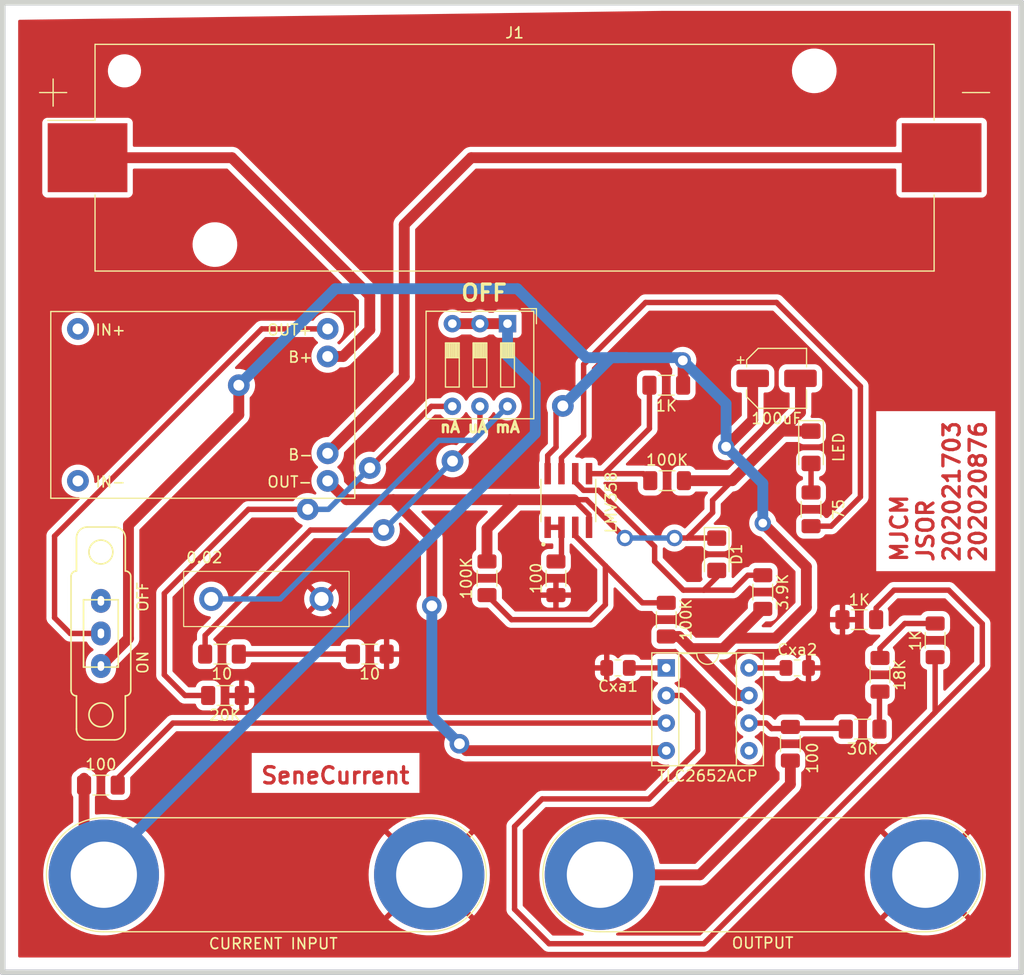
<source format=kicad_pcb>
(kicad_pcb (version 20221018) (generator pcbnew)
  (layers (0 "F.Cu" signal) (31 "B.Cu" signal) (34 "B.Paste" user) (35 "F.Paste" user) (36 "B.SilkS" user "B.Silkscreen") (37 "F.SilkS" user "F.Silkscreen") (38 "B.Mask" user) (39 "F.Mask" user) (44 "Edge.Cuts" user))
  (net 0 "")
  (net 1 "VCC")
  (net 2 "VEE")
  (net 3 "Net-(U2B-+)")
  (net 4 "GND")
  (net 5 "Net-(U2B--)")
  (net 6 "Net-(D1-K)")
  (net 7 "Net-(D2-A)")
  (net 8 "+BATT")
  (net 9 "-BATT")
  (net 10 "Net-(J2-Pin_2)")
  (net 11 "Net-(J3-Pin_1)")
  (net 12 "Net-(R2-Pad1)")
  (net 13 "Net-(R2B1-Pad1)")
  (net 14 "Net-(R2B1-Pad2)")
  (net 15 "Net-(U2A--)")
  (net 16 "Net-(U1B-+)")
  (net 17 "Net-(Rm1-Pad1)")
  (net 18 "Net-(Rn1-Pad1)")
  (net 19 "Net-(U1A-+)")
  (net 20 "Net-(U1A--)")
  (net 21 "Net-(U2A-+)")
  (net 22 "Net-(Ru1-Pad1)")
  (net 23 "Net-(Ru1-Pad2)")
  (net 24 "Net-(SW1-B)")
  (net 27 "Net-(R2B2-Pad2)")
  (footprint "Resistor_SMD:R_1206_3216Metric_Pad1.30x1.75mm_HandSolder" (layer "F.Cu") (at 124.46 108.585 -90)
    (fp_text reference "Rs3" hide)
    (fp_text value "100" (at 1.3208 -2.032 90) (layer "F.SilkS"))
    (fp_line (start -0.727064 -0.91) (end 0.727064 -0.91) (stroke (width 0.12)) (layer "F.SilkS"))
    (fp_line (start -0.727064 0.91) (end 0.727064 0.91) (stroke (width 0.12)) (layer "F.SilkS"))
    (pad "1" smd roundrect (at -1.55 0 270) (size 1.3 1.75) (layers "F.Cu" "F.Paste" "F.Mask") (roundrect_rratio 0.1923076923) (net 13 "Net-(R2B1-Pad1)"))
    (pad "2" smd roundrect (at 1.55 0 270) (size 1.3 1.75) (layers "F.Cu" "F.Paste" "F.Mask") (roundrect_rratio 0.1923076923) (net 11 "Net-(J3-Pin_1)"))
  )
  (footprint "Custom:ShuntRes" (layer "F.Cu") (at 81.28 95.25)
    (fp_text reference "Rm1" hide)
    (fp_text value "0.02" (at -10.795 -3.81 unlocked) (layer "F.SilkS"))
    (fp_rect (start -12.7 -2.54) (end 2.54 2.54) (stroke (width 0.1)) (fill none) (layer "F.SilkS"))
    (pad "1" thru_hole circle (at -10.16 0) (size 2.2 2.2) (drill 1.3) (layers "*.Cu" "*.Mask") (net 17 "Net-(Rm1-Pad1)"))
    (pad "2" thru_hole circle (at 0 0) (size 2.2 2.2) (drill 1.3) (layers "*.Cu" "*.Mask") (net 4 "GND"))
  )
  (footprint "Resistor_SMD:R_1206_3216Metric_Pad1.30x1.75mm_HandSolder" (layer "F.Cu") (at 72.11 100.33)
    (fp_text reference "Ru1" hide)
    (fp_text value "10" (at 0 1.82) (layer "F.SilkS"))
    (fp_line (start -0.727064 -0.91) (end 0.727064 -0.91) (stroke (width 0.12)) (layer "F.SilkS"))
    (fp_line (start -0.727064 0.91) (end 0.727064 0.91) (stroke (width 0.12)) (layer "F.SilkS"))
    (pad "1" smd roundrect (at -1.55 0) (size 1.3 1.75) (layers "F.Cu" "F.Paste" "F.Mask") (roundrect_rratio 0.1923076923) (net 22 "Net-(Ru1-Pad1)"))
    (pad "2" smd roundrect (at 1.55 0) (size 1.3 1.75) (layers "F.Cu" "F.Paste" "F.Mask") (roundrect_rratio 0.1923076923) (net 23 "Net-(Ru1-Pad2)"))
  )
  (footprint "Connector:Banana_Jack_2Pin" (layer "F.Cu") (at 106.92 120.65)
    (fp_text reference "J3" hide)
    (fp_text value "OUTPUT" (at 14.985 6.29) (layer "F.SilkS"))
    (fp_line (start 0 5.25) (end 30 5.25) (stroke (width 0.12)) (layer "F.SilkS"))
    (fp_line (start 30 -5.25) (end 0 -5.25) (stroke (width 0.12)) (layer "F.SilkS"))
    (fp_arc (start 0 5.25) (mid -5.25 0) (end 0 -5.25) (stroke (width 0.12)) (layer "F.SilkS"))
    (fp_arc (start 30 -5.25) (mid 35.25 0) (end 30 5.25) (stroke (width 0.12)) (layer "F.SilkS"))
    (pad "1" thru_hole circle (at 0 0) (size 10.16 10.16) (drill 6.1) (layers "*.Cu" "*.Mask") (net 11 "Net-(J3-Pin_1)"))
    (pad "2" thru_hole circle (at 29.97 0) (size 10.16 10.16) (drill 6.1) (layers "*.Cu" "*.Mask") (net 4 "GND"))
  )
  (footprint "Connector:Banana_Jack_2Pin" (layer "F.Cu") (at 91.2 120.65 180)
    (fp_text reference "J2" hide)
    (fp_text value "CURRENT INPUT" (at 14.365 -6.35) (layer "F.SilkS"))
    (fp_line (start 0 5.25) (end 30 5.25) (stroke (width 0.12)) (layer "F.SilkS"))
    (fp_line (start 30 -5.25) (end 0 -5.25) (stroke (width 0.12)) (layer "F.SilkS"))
    (fp_arc (start 0 5.25) (mid -5.25 0) (end 0 -5.25) (stroke (width 0.12)) (layer "F.SilkS"))
    (fp_arc (start 30 -5.25) (mid 35.25 0) (end 30 5.25) (stroke (width 0.12)) (layer "F.SilkS"))
    (pad "1" thru_hole circle (at 0 0 180) (size 10.16 10.16) (drill 6.1) (layers "*.Cu" "*.Mask") (net 4 "GND"))
    (pad "2" thru_hole circle (at 29.97 0 180) (size 10.16 10.16) (drill 6.1) (layers "*.Cu" "*.Mask") (net 10 "Net-(J2-Pin_2)"))
  )
  (footprint "Resistor_SMD:R_1206_3216Metric_Pad1.30x1.75mm_HandSolder" (layer "F.Cu") (at 137.795 99.06 -90)
    (fp_text reference "R2B3" hide)
    (fp_text value "1K" (at 0 1.82 90) (layer "F.SilkS"))
    (fp_line (start -0.727064 -0.91) (end 0.727064 -0.91) (stroke (width 0.12)) (layer "F.SilkS"))
    (fp_line (start -0.727064 0.91) (end 0.727064 0.91) (stroke (width 0.12)) (layer "F.SilkS"))
    (pad "1" smd roundrect (at -1.55 0 270) (size 1.3 1.75) (layers "F.Cu" "F.Paste" "F.Mask") (roundrect_rratio 0.1923076923) (net 27 "Net-(R2B2-Pad2)"))
    (pad "2" smd roundrect (at 1.55 0 270) (size 1.3 1.75) (layers "F.Cu" "F.Paste" "F.Mask") (roundrect_rratio 0.1923076923) (net 15 "Net-(U2A--)"))
  )
  (footprint "Custom:LMV358" (layer "F.Cu") (at 104.013 86.1812 90)
    (fp_text reference "U1" hide)
    (fp_text value "LMV358" (at -0.1788 3.937 90) (layer "F.SilkS"))
    (fp_line (start -1.95 -2.525) (end 1.95 -2.525) (stroke (width 0.127)) (layer "F.SilkS"))
    (fp_line (start -1.95 2.525) (end 1.95 2.525) (stroke (width 0.127)) (layer "F.SilkS"))
    (fp_circle (center -4.04 -2.305) (end -3.94 -2.305) (stroke (width 0.2)) (fill none) (layer "F.SilkS"))
    (pad "1" smd roundrect (at -2.47 -1.905 90) (size 1.97 0.6) (layers "F.Cu" "F.Paste" "F.Mask") (roundrect_rratio 0.07) (net 20 "Net-(U1A--)"))
    (pad "2" smd roundrect (at -2.47 -0.635 90) (size 1.97 0.6) (layers "F.Cu" "F.Paste" "F.Mask") (roundrect_rratio 0.07) (net 20 "Net-(U1A--)"))
    (pad "3" smd roundrect (at -2.47 0.635 90) (size 1.97 0.6) (layers "F.Cu" "F.Paste" "F.Mask") (roundrect_rratio 0.07) (net 19 "Net-(U1A-+)"))
    (pad "4" smd roundrect (at -2.47 1.905 90) (size 1.97 0.6) (layers "F.Cu" "F.Paste" "F.Mask") (roundrect_rratio 0.07) (net 2 "VEE"))
    (pad "5" smd roundrect (at 2.47 1.905 90) (size 1.97 0.6) (layers "F.Cu" "F.Paste" "F.Mask") (roundrect_rratio 0.07) (net 16 "Net-(U1B-+)"))
    (pad "6" smd roundrect (at 2.47 0.635 90) (size 1.97 0.6) (layers "F.Cu" "F.Paste" "F.Mask") (roundrect_rratio 0.07) (net 6 "Net-(D1-K)"))
    (pad "7" smd roundrect (at 2.47 -0.635 90) (size 1.97 0.6) (layers "F.Cu" "F.Paste" "F.Mask") (roundrect_rratio 0.07) (net 12 "Net-(R2-Pad1)"))
    (pad "8" smd roundrect (at 2.47 -1.905 90) (size 1.97 0.6) (layers "F.Cu" "F.Paste" "F.Mask") (roundrect_rratio 0.07) (net 1 "VCC"))
  )
  (footprint "Resistor_SMD:R_1206_3216Metric_Pad1.30x1.75mm_HandSolder" (layer "F.Cu") (at 130.81 97.155 180)
    (fp_text reference "R3" hide)
    (fp_text value "1K" (at 0 1.82) (layer "F.SilkS"))
    (fp_line (start -0.727064 -0.91) (end 0.727064 -0.91) (stroke (width 0.12)) (layer "F.SilkS"))
    (fp_line (start -0.727064 0.91) (end 0.727064 0.91) (stroke (width 0.12)) (layer "F.SilkS"))
    (pad "1" smd roundrect (at -1.55 0 180) (size 1.3 1.75) (layers "F.Cu" "F.Paste" "F.Mask") (roundrect_rratio 0.1923076923) (net 15 "Net-(U2A--)"))
    (pad "2" smd roundrect (at 1.55 0 180) (size 1.3 1.75) (layers "F.Cu" "F.Paste" "F.Mask") (roundrect_rratio 0.1923076923) (net 4 "GND"))
  )
  (footprint "Resistor_SMD:R_1206_3216Metric_Pad1.30x1.75mm_HandSolder" (layer "F.Cu") (at 121.92 94.615 90)
    (fp_text reference "R1" hide)
    (fp_text value "3.9K" (at 0 1.82 90) (layer "F.SilkS"))
    (fp_line (start -0.727064 -0.91) (end 0.727064 -0.91) (stroke (width 0.12)) (layer "F.SilkS"))
    (fp_line (start -0.727064 0.91) (end 0.727064 0.91) (stroke (width 0.12)) (layer "F.SilkS"))
    (pad "1" smd roundrect (at -1.55 0 90) (size 1.3 1.75) (layers "F.Cu" "F.Paste" "F.Mask") (roundrect_rratio 0.1923076923) (net 1 "VCC"))
    (pad "2" smd roundrect (at 1.55 0 90) (size 1.3 1.75) (layers "F.Cu" "F.Paste" "F.Mask") (roundrect_rratio 0.1923076923) (net 6 "Net-(D1-K)"))
  )
  (footprint "Capacitor_SMD:C_0805_2012Metric_Pad1.18x1.45mm_HandSolder" (layer "F.Cu") (at 125.095 101.6)
    (fp_text reference "Cxa2" (at 0 -1.68) (layer "F.SilkS"))
    (fp_text value "0.1uF")
    (fp_line (start -0.261252 -0.735) (end 0.261252 -0.735) (stroke (width 0.12)) (layer "F.SilkS"))
    (fp_line (start -0.261252 0.735) (end 0.261252 0.735) (stroke (width 0.12)) (layer "F.SilkS"))
    (pad "1" smd roundrect (at -1.0375 0) (size 1.175 1.45) (layers "F.Cu" "F.Paste" "F.Mask") (roundrect_rratio 0.2127659574) (net 5 "Net-(U2B--)"))
    (pad "2" smd roundrect (at 1.0375 0) (size 1.175 1.45) (layers "F.Cu" "F.Paste" "F.Mask") (roundrect_rratio 0.2127659574) (net 4 "GND"))
  )
  (footprint "Capacitor_SMD:CP_Elec_5x5.9" (layer "F.Cu") (at 123.19 74.93)
    (fp_text reference "C1" hide)
    (fp_text value "100uF" (at 0 3.7) (layer "F.SilkS"))
    (fp_line (start -3.625 -1.685) (end -3 -1.685) (stroke (width 0.12)) (layer "F.SilkS"))
    (fp_line (start -3.3125 -1.9975) (end -3.3125 -1.3725) (stroke (width 0.12)) (layer "F.SilkS"))
    (fp_line (start -2.76 -1.695563) (end -2.76 -1.06) (stroke (width 0.12)) (layer "F.SilkS"))
    (fp_line (start -2.76 -1.695563) (end -1.695563 -2.76) (stroke (width 0.12)) (layer "F.SilkS"))
    (fp_line (start -2.76 1.695563) (end -2.76 1.06) (stroke (width 0.12)) (layer "F.SilkS"))
    (fp_line (start -2.76 1.695563) (end -1.695563 2.76) (stroke (width 0.12)) (layer "F.SilkS"))
    (fp_line (start -1.695563 -2.76) (end 2.76 -2.76) (stroke (width 0.12)) (layer "F.SilkS"))
    (fp_line (start -1.695563 2.76) (end 2.76 2.76) (stroke (width 0.12)) (layer "F.SilkS"))
    (fp_line (start 2.76 -2.76) (end 2.76 -1.06) (stroke (width 0.12)) (layer "F.SilkS"))
    (fp_line (start 2.76 2.76) (end 2.76 1.06) (stroke (width 0.12)) (layer "F.SilkS"))
    (pad "1" smd roundrect (at -2.2 0) (size 3 1.6) (layers "F.Cu" "F.Paste" "F.Mask") (roundrect_rratio 0.15625) (net 1 "VCC"))
    (pad "2" smd roundrect (at 2.2 0) (size 3 1.6) (layers "F.Cu" "F.Paste" "F.Mask") (roundrect_rratio 0.15625) (net 2 "VEE"))
  )
  (footprint "Resistor_SMD:R_1206_3216Metric_Pad1.30x1.75mm_HandSolder" (layer "F.Cu") (at 132.715 102.235 90)
    (fp_text reference "R2B2" hide)
    (fp_text value "18K" (at 0 1.82 90) (layer "F.SilkS"))
    (fp_line (start -0.727064 -0.91) (end 0.727064 -0.91) (stroke (width 0.12)) (layer "F.SilkS"))
    (fp_line (start -0.727064 0.91) (end 0.727064 0.91) (stroke (width 0.12)) (layer "F.SilkS"))
    (pad "1" smd roundrect (at -1.55 0 90) (size 1.3 1.75) (layers "F.Cu" "F.Paste" "F.Mask") (roundrect_rratio 0.1923076923) (net 14 "Net-(R2B1-Pad2)"))
    (pad "2" smd roundrect (at 1.55 0 90) (size 1.3 1.75) (layers "F.Cu" "F.Paste" "F.Mask") (roundrect_rratio 0.1923076923) (net 27 "Net-(R2B2-Pad2)"))
  )
  (footprint "Custom:Slide_Switch_SPDT_ThroughHole" (layer "F.Cu") (at 60.96 98.425 90)
    (fp_text reference "SW1" hide)
    (fp_text value "SW_SPDT" hide)
    (fp_line (start -9.8 -1.25) (end -9.8 1.25) (stroke (width 0.15)) (layer "F.SilkS"))
    (fp_line (start -8.8 -2.25) (end -5.75 -2.25) (stroke (width 0.15)) (layer "F.SilkS"))
    (fp_line (start -8.8 2.25) (end -5.75 2.25) (stroke (width 0.15)) (layer "F.SilkS"))
    (fp_line (start -5.25 -2.75) (end 5.25 -2.75) (stroke (width 0.15)) (layer "F.SilkS"))
    (fp_line (start -5.25 2.75) (end 5.25 2.75) (stroke (width 0.15)) (layer "F.SilkS"))
    (fp_line (start -3.1 -1.6) (end 3.1 -1.6) (stroke (width 0.15)) (layer "F.SilkS"))
    (fp_line (start -3.1 1.6) (end -3.1 -1.6) (stroke (width 0.15)) (layer "F.SilkS"))
    (fp_line (start -3.1 1.6) (end 3.1 1.6) (stroke (width 0.15)) (layer "F.SilkS"))
    (fp_line (start 3.1 1.6) (end 3.1 -1.6) (stroke (width 0.15)) (layer "F.SilkS"))
    (fp_line (start 5.75 -2.25) (end 8.8 -2.25) (stroke (width 0.15)) (layer "F.SilkS"))
    (fp_line (start 5.75 2.25) (end 8.8 2.25) (stroke (width 0.15)) (layer "F.SilkS"))
    (fp_line (start 9.8 -1.25) (end 9.8 1.25) (stroke (width 0.15)) (layer "F.SilkS"))
    (fp_arc (start -9.8 -1.25) (mid -9.507107 -1.957107) (end -8.8 -2.25) (stroke (width 0.15)) (layer "F.SilkS"))
    (fp_arc (start -8.8 2.25) (mid -9.507107 1.957107) (end -9.8 1.25) (stroke (width 0.15)) (layer "F.SilkS"))
    (fp_arc (start -5.75 -2.25) (mid -5.603553 -2.603553) (end -5.25 -2.75) (stroke (width 0.15)) (layer "F.SilkS"))
    (fp_arc (start -5.25 2.75) (mid -5.603553 2.603553) (end -5.75 2.25) (stroke (width 0.15)) (layer "F.SilkS"))
    (fp_arc (start 5.25 -2.75) (mid 5.603553 -2.603553) (end 5.75 -2.25) (stroke (width 0.15)) (layer "F.SilkS"))
    (fp_arc (start 5.75 2.25) (mid 5.603553 2.603553) (end 5.25 2.75) (stroke (width 0.15)) (layer "F.SilkS"))
    (fp_arc (start 8.8 -2.25) (mid 9.507107 -1.957107) (end 9.8 -1.25) (stroke (width 0.15)) (layer "F.SilkS"))
    (fp_arc (start 9.8 1.25) (mid 9.507107 1.957107) (end 8.8 2.25) (stroke (width 0.15)) (layer "F.SilkS"))
    (fp_circle (center -7.5 0) (end -8.6 0) (stroke (width 0.15)) (fill none) (layer "F.SilkS"))
    (fp_circle (center 7.5 0) (end 8.6 0) (stroke (width 0.15)) (fill none) (layer "F.SilkS"))
    (pad "1" thru_hole oval (at -3 0 90) (size 2.2 1.8) (drill oval 0.9 0.6) (layers "*.Cu" "*.Mask") (net 1 "VCC"))
    (pad "2" thru_hole oval (at 0 0 90) (size 2.2 1.8) (drill oval 0.9 0.6) (layers "*.Cu" "*.Mask") (net 24 "Net-(SW1-B)"))
    (pad "3" thru_hole oval (at 3 0 90) (size 2.2 1.8) (drill oval 0.9 0.6) (layers "*.Cu" "*.Mask"))
  )
  (footprint "Resistor_SMD:R_1206_3216Metric_Pad1.30x1.75mm_HandSolder" (layer "F.Cu") (at 85.725 100.33)
    (fp_text reference "Ru2" hide)
    (fp_text value "10" (at 0 1.82) (layer "F.SilkS"))
    (fp_line (start -0.727064 -0.91) (end 0.727064 -0.91) (stroke (width 0.12)) (layer "F.SilkS"))
    (fp_line (start -0.727064 0.91) (end 0.727064 0.91) (stroke (width 0.12)) (layer "F.SilkS"))
    (pad "1" smd roundrect (at -1.55 0) (size 1.3 1.75) (layers "F.Cu" "F.Paste" "F.Mask") (roundrect_rratio 0.1923076923) (net 23 "Net-(Ru1-Pad2)"))
    (pad "2" smd roundrect (at 1.55 0) (size 1.3 1.75) (layers "F.Cu" "F.Paste" "F.Mask") (roundrect_rratio 0.1923076923) (net 4 "GND"))
  )
  (footprint "Button_Switch_THT:SW_DIP_SPSTx03_Slide_9.78x9.8mm_W7.62mm_P2.54mm" (layer "F.Cu") (at 98.41 69.8925 -90)
    (fp_text reference "SW2" hide)
    (fp_text value "SW_DIP_x03" hide)
    (fp_line (start -1.38 -2.66) (end -1.38 -1.277) (stroke (width 0.12)) (layer "F.SilkS"))
    (fp_line (start -1.38 -2.66) (end 0.004 -2.66) (stroke (width 0.12)) (layer "F.SilkS"))
    (fp_line (start -1.14 -2.42) (end -1.14 7.5) (stroke (width 0.12)) (layer "F.SilkS"))
    (fp_line (start -1.14 -2.42) (end 8.76 -2.42) (stroke (width 0.12)) (layer "F.SilkS"))
    (fp_line (start -1.14 7.5) (end 8.76 7.5) (stroke (width 0.12)) (layer "F.SilkS"))
    (fp_line (start 1.78 -0.635) (end 1.78 0.635) (stroke (width 0.12)) (layer "F.SilkS"))
    (fp_line (start 1.78 -0.515) (end 3.133333 -0.515) (stroke (width 0.12)) (layer "F.SilkS"))
    (fp_line (start 1.78 -0.395) (end 3.133333 -0.395) (stroke (width 0.12)) (layer "F.SilkS"))
    (fp_line (start 1.78 -0.275) (end 3.133333 -0.275) (stroke (width 0.12)) (layer "F.SilkS"))
    (fp_line (start 1.78 -0.155) (end 3.133333 -0.155) (stroke (width 0.12)) (layer "F.SilkS"))
    (fp_line (start 1.78 -0.035) (end 3.133333 -0.035) (stroke (width 0.12)) (layer "F.SilkS"))
    (fp_line (start 1.78 0.085) (end 3.133333 0.085) (stroke (width 0.12)) (layer "F.SilkS"))
    (fp_line (start 1.78 0.205) (end 3.133333 0.205) (stroke (width 0.12)) (layer "F.SilkS"))
    (fp_line (start 1.78 0.325) (end 3.133333 0.325) (stroke (width 0.12)) (layer "F.SilkS"))
    (fp_line (start 1.78 0.445) (end 3.133333 0.445) (stroke (width 0.12)) (layer "F.SilkS"))
    (fp_line (start 1.78 0.565) (end 3.133333 0.565) (stroke (width 0.12)) (layer "F.SilkS"))
    (fp_line (start 1.78 0.635) (end 5.84 0.635) (stroke (width 0.12)) (layer "F.SilkS"))
    (fp_line (start 1.78 1.905) (end 1.78 3.175) (stroke (width 0.12)) (layer "F.SilkS"))
    (fp_line (start 1.78 2.025) (end 3.133333 2.025) (stroke (width 0.12)) (layer "F.SilkS"))
    (fp_line (start 1.78 2.145) (end 3.133333 2.145) (stroke (width 0.12)) (layer "F.SilkS"))
    (fp_line (start 1.78 2.265) (end 3.133333 2.265) (stroke (width 0.12)) (layer "F.SilkS"))
    (fp_line (start 1.78 2.385) (end 3.133333 2.385) (stroke (width 0.12)) (layer "F.SilkS"))
    (fp_line (start 1.78 2.505) (end 3.133333 2.505) (stroke (width 0.12)) (layer "F.SilkS"))
    (fp_line (start 1.78 2.625) (end 3.133333 2.625) (stroke (width 0.12)) (layer "F.SilkS"))
    (fp_line (start 1.78 2.745) (end 3.133333 2.745) (stroke (width 0.12)) (layer "F.SilkS"))
    (fp_line (start 1.78 2.865) (end 3.133333 2.865) (stroke (width 0.12)) (layer "F.SilkS"))
    (fp_line (start 1.78 2.985) (end 3.133333 2.985) (stroke (width 0.12)) (layer "F.SilkS"))
    (fp_line (start 1.78 3.105) (end 3.133333 3.105) (stroke (width 0.12)) (layer "F.SilkS"))
    (fp_line (start 1.78 3.175) (end 5.84 3.175) (stroke (width 0.12)) (layer "F.SilkS"))
    (fp_line (start 1.78 4.445) (end 1.78 5.715) (stroke (width 0.12)) (layer "F.SilkS"))
    (fp_line (start 1.78 4.565) (end 3.133333 4.565) (stroke (width 0.12)) (layer "F.SilkS"))
    (fp_line (start 1.78 4.685) (end 3.133333 4.685) (stroke (width 0.12)) (layer "F.SilkS"))
    (fp_line (start 1.78 4.805) (end 3.133333 4.805) (stroke (width 0.12)) (layer "F.SilkS"))
    (fp_line (start 1.78 4.925) (end 3.133333 4.925) (stroke (width 0.12)) (layer "F.SilkS"))
    (fp_line (start 1.78 5.045) (end 3.133333 5.045) (stroke (width 0.12)) (layer "F.SilkS"))
    (fp_line (start 1.78 5.165) (end 3.133333 5.165) (stroke (width 0.12)) (layer "F.SilkS"))
    (fp_line (start 1.78 5.285) (end 3.133333 5.285) (stroke (width 0.12)) (layer "F.SilkS"))
    (fp_line (start 1.78 5.405) (end 3.133333 5.405) (stroke (width 0.12)) (layer "F.SilkS"))
    (fp_line (start 1.78 5.525) (end 3.133333 5.525) (stroke (width 0.12)) (layer "F.SilkS"))
    (fp_line (start 1.78 5.645) (end 3.133333 5.645) (stroke (width 0.12)) (layer "F.SilkS"))
    (fp_line (start 1.78 5.715) (end 5.84 5.715) (stroke (width 0.12)) (layer "F.SilkS"))
    (fp_line (start 3.133333 -0.635) (end 3.133333 0.635) (stroke (width 0.12)) (layer "F.SilkS"))
    (fp_line (start 3.133333 1.905) (end 3.133333 3.175) (stroke (width 0.12)) (layer "F.SilkS"))
    (fp_line (start 3.133333 4.445) (end 3.133333 5.715) (stroke (width 0.12)) (layer "F.SilkS"))
    (fp_line (start 5.84 -0.635) (end 1.78 -0.635) (stroke (width 0.12)) (layer "F.SilkS"))
    (fp_line (start 5.84 0.635) (end 5.84 -0.635) (stroke (width 0.12)) (layer "F.SilkS"))
    (fp_line (start 5.84 1.905) (end 1.78 1.905) (stroke (width 0.12)) (layer "F.SilkS"))
    (fp_line (start 5.84 3.175) (end 5.84 1.905) (stroke (width 0.12)) (layer "F.SilkS"))
    (fp_line (start 5.84 4.445) (end 1.78 4.445) (stroke (width 0.12)) (layer "F.SilkS"))
    (fp_line (start 5.84 5.715) (end 5.84 4.445) (stroke (width 0.12)) (layer "F.SilkS"))
    (fp_line (start 8.76 -2.42) (end 8.76 7.5) (stroke (width 0.12)) (layer "F.SilkS"))
    (pad "1" thru_hole rect (at 0 0 270) (size 1.6 1.6) (drill 0.8) (layers "*.Cu" "*.Mask") (net 10 "Net-(J2-Pin_2)"))
    (pad "2" thru_hole oval (at 0 2.54 270) (size 1.6 1.6) (drill 0.8) (layers "*.Cu" "*.Mask") (net 10 "Net-(J2-Pin_2)"))
    (pad "3" thru_hole oval (at 0 5.08 270) (size 1.6 1.6) (drill 0.8) (layers "*.Cu" "*.Mask") (net 10 "Net-(J2-Pin_2)"))
    (pad "4" thru_hole oval (at 7.62 5.08 270) (size 1.6 1.6) (drill 0.8) (layers "*.Cu" "*.Mask") (net 18 "Net-(Rn1-Pad1)"))
    (pad "5" thru_hole oval (at 7.62 2.54 270) (size 1.6 1.6) (drill 0.8) (layers "*.Cu" "*.Mask") (net 22 "Net-(Ru1-Pad1)"))
    (pad "6" thru_hole oval (at 7.62 0 270) (size 1.6 1.6) (drill 0.8) (layers "*.Cu" "*.Mask") (net 17 "Net-(Rm1-Pad1)"))
  )
  (footprint "Resistor_SMD:R_1206_3216Metric_Pad1.30x1.75mm_HandSolder" (layer "F.Cu") (at 113.1062 84.3534)
    (fp_text reference "RB2" hide)
    (fp_text value "100K" (at 0 -1.905) (layer "F.SilkS"))
    (fp_line (start -0.727064 -0.91) (end 0.727064 -0.91) (stroke (width 0.12)) (layer "F.SilkS"))
    (fp_line (start -0.727064 0.91) (end 0.727064 0.91) (stroke (width 0.12)) (layer "F.SilkS"))
    (pad "1" smd roundrect (at -1.55 0) (size 1.3 1.75) (layers "F.Cu" "F.Paste" "F.Mask") (roundrect_rratio 0.1923076923) (net 16 "Net-(U1B-+)"))
    (pad "2" smd roundrect (at 1.55 0) (size 1.3 1.75) (layers "F.Cu" "F.Paste" "F.Mask") (roundrect_rratio 0.1923076923) (net 2 "VEE"))
  )
  (footprint "LED_SMD:LED_1206_3216Metric_Pad1.42x1.75mm_HandSolder" (layer "F.Cu") (at 126.365 81.28 -90)
    (fp_text reference "D2" hide)
    (fp_text value "LED" (at 0 -2.54 90) (layer "F.SilkS"))
    (fp_line (start -2.46 -1.135) (end -2.46 1.135) (stroke (width 0.12)) (layer "F.SilkS"))
    (fp_line (start -2.46 1.135) (end 1.6 1.135) (stroke (width 0.12)) (layer "F.SilkS"))
    (fp_line (start 1.6 -1.135) (end -2.46 -1.135) (stroke (width 0.12)) (layer "F.SilkS"))
    (pad "1" smd roundrect (at -1.4875 0 270) (size 1.425 1.75) (layers "F.Cu" "F.Paste" "F.Mask") (roundrect_rratio 0.1754392982) (net 2 "VEE"))
    (pad "2" smd roundrect (at 1.4875 0 270) (size 1.425 1.75) (layers "F.Cu" "F.Paste" "F.Mask") (roundrect_rratio 0.1754392982) (net 7 "Net-(D2-A)"))
  )
  (footprint "Resistor_SMD:R_1206_3216Metric_Pad1.30x1.75mm_HandSolder" (layer "F.Cu") (at 131.1148 107.2388)
    (fp_text reference "R2B1" hide)
    (fp_text value "30K" (at 0 1.82) (layer "F.SilkS"))
    (fp_line (start -0.727064 -0.91) (end 0.727064 -0.91) (stroke (width 0.12)) (layer "F.SilkS"))
    (fp_line (start -0.727064 0.91) (end 0.727064 0.91) (stroke (width 0.12)) (layer "F.SilkS"))
    (pad "1" smd roundrect (at -1.55 0) (size 1.3 1.75) (layers "F.Cu" "F.Paste" "F.Mask") (roundrect_rratio 0.1923076923) (net 13 "Net-(R2B1-Pad1)"))
    (pad "2" smd roundrect (at 1.55 0) (size 1.3 1.75) (layers "F.Cu" "F.Paste" "F.Mask") (roundrect_rratio 0.1923076923) (net 14 "Net-(R2B1-Pad2)"))
  )
  (footprint "TP4056:TP4056-Module" (layer "F.Cu") (at 56.345 85.975)
    (fp_text reference "TP1" hide)
    (fp_text value "TP4056")
    (fp_text user "OUT+" (at 22 -15.5 unlocked) (layer "F.SilkS"))
    (fp_text user "OUT-" (at 22 -1.5 unlocked) (layer "F.SilkS"))
    (fp_text user "IN-" (at 5.5 -1.5 unlocked) (layer "F.SilkS"))
    (fp_text user "IN+" (at 5.5 -15.5 unlocked) (layer "F.SilkS"))
    (fp_text user "B-" (at 23 -4 unlocked) (layer "F.SilkS"))
    (fp_text user "B+" (at 23 -13 unlocked) (layer "F.SilkS"))
    (fp_line (start 0 -17.2) (end 0 0) (stroke (width 0.12)) (layer "F.SilkS"))
    (fp_line (start 0 -17.2) (end 28 -17.2) (stroke (width 0.12)) (layer "F.SilkS"))
    (fp_line (start 0 0) (end 28 0) (stroke (width 0.12)) (layer "F.SilkS"))
    (fp_line (start 28 -17.2) (end 28 0) (stroke (width 0.12)) (layer "F.SilkS"))
    (pad "1" thru_hole circle (at 25.5 -13.06) (size 2 2) (drill 1) (layers "*.Cu" "*.Mask") (net 8 "+BATT"))
    (pad "2" thru_hole circle (at 25.5 -4.14) (size 2 2) (drill 1) (layers "*.Cu" "*.Mask") (net 9 "-BATT"))
    (pad "3" thru_hole circle (at 25.5 -15.6) (size 2 2) (drill 1) (layers "*.Cu" "*.Mask") (net 24 "Net-(SW1-B)"))
    (pad "4" thru_hole circle (at 25.5 -1.6) (size 2 2) (drill 1) (layers "*.Cu" "*.Mask") (net 2 "VEE"))
    (pad "5" thru_hole circle (at 2.5 -15.6) (size 2 2) (drill 1) (layers "*.Cu" "*.Mask"))
    (pad "6" thru_hole circle (at 2.5 -1.6) (size 2 2) (drill 1) (layers "*.Cu" "*.Mask"))
  )
  (footprint "Battery:BatteryHolder_Keystone_1042_1x18650" (layer "F.Cu") (at 99.06 54.61)
    (fp_text reference "J1" (at 0 -11.5) (layer "F.SilkS"))
    (fp_text value "3.7V Battery" hide)
    (fp_line (start -43.75 -6) (end -41.25 -6) (stroke (width 0.12)) (layer "F.SilkS"))
    (fp_line (start -42.5 -4.75) (end -42.5 -7.25) (stroke (width 0.12)) (layer "F.SilkS"))
    (fp_line (start -38.64 -10.44) (end -38.64 -3.44) (stroke (width 0.12)) (layer "F.SilkS"))
    (fp_line (start -38.64 -3.44) (end -43 -3.44) (stroke (width 0.12)) (layer "F.SilkS"))
    (fp_line (start -38.64 10.44) (end -38.64 3.44) (stroke (width 0.12)) (layer "F.SilkS"))
    (fp_line (start 38.64 -10.44) (end -38.64 -10.44) (stroke (width 0.12)) (layer "F.SilkS"))
    (fp_line (start 38.64 -3.44) (end 38.64 -10.42) (stroke (width 0.12)) (layer "F.SilkS"))
    (fp_line (start 38.64 3.44) (end 38.64 10.44) (stroke (width 0.12)) (layer "F.SilkS"))
    (fp_line (start 38.64 10.44) (end -38.64 10.44) (stroke (width 0.12)) (layer "F.SilkS"))
    (fp_line (start 43.75 -6) (end 41.25 -6) (stroke (width 0.12)) (layer "F.SilkS"))
    (pad "" np_thru_hole circle (at -35.93 -8) (size 2.39 2.39) (drill 2.39) (layers "*.Cu" "*.Mask"))
    (pad "" np_thru_hole circle (at -27.6 8) (size 3.45 3.45) (drill 3.45) (layers "*.Cu" "*.Mask"))
    (pad "" np_thru_hole circle (at 27.6 -8) (size 3.45 3.45) (drill 3.45) (layers "*.Cu" "*.Mask"))
    (pad "1" smd rect (at -39.33 0) (size 7.34 6.35) (layers "F.Cu" "F.Paste" "F.Mask") (net 8 "+BATT"))
    (pad "2" smd rect (at 39.33 0) (size 7.34 6.35) (layers "F.Cu" "F.Paste" "F.Mask") (net 9 "-BATT"))
  )
  (footprint "Resistor_SMD:R_1206_3216Metric_Pad1.30x1.75mm_HandSolder" (layer "F.Cu") (at 113.03 97.155 90)
    (fp_text reference "RP1" hide)
    (fp_text value "100K" (at 0 1.82 90) (layer "F.SilkS"))
    (fp_line (start -0.727064 -0.91) (end 0.727064 -0.91) (stroke (width 0.12)) (layer "F.SilkS"))
    (fp_line (start -0.727064 0.91) (end 0.727064 0.91) (stroke (width 0.12)) (layer "F.SilkS"))
    (pad "1" smd roundrect (at -1.55 0 90) (size 1.3 1.75) (layers "F.Cu" "F.Paste" "F.Mask") (roundrect_rratio 0.1923076923) (net 1 "VCC"))
    (pad "2" smd roundrect (at 1.55 0 90) (size 1.3 1.75) (layers "F.Cu" "F.Paste" "F.Mask") (roundrect_rratio 0.1923076923) (net 19 "Net-(U1A-+)"))
  )
  (footprint "Resistor_SMD:R_1206_3216Metric_Pad1.30x1.75mm_HandSolder" (layer "F.Cu") (at 113.03 75.565 180)
    (fp_text reference "RB1" hide)
    (fp_text value "1K" (at 0 -1.905) (layer "F.SilkS"))
    (fp_line (start -0.727064 -0.91) (end 0.727064 -0.91) (stroke (width 0.12)) (layer "F.SilkS"))
    (fp_line (start -0.727064 0.91) (end 0.727064 0.91) (stroke (width 0.12)) (layer "F.SilkS"))
    (pad "1" smd roundrect (at -1.55 0 180) (size 1.3 1.75) (layers "F.Cu" "F.Paste" "F.Mask") (roundrect_rratio 0.1923076923) (net 1 "VCC"))
    (pad "2" smd roundrect (at 1.55 0 180) (size 1.3 1.75) (layers "F.Cu" "F.Paste" "F.Mask") (roundrect_rratio 0.1923076923) (net 16 "Net-(U1B-+)"))
  )
  (footprint "Resistor_SMD:R_1206_3216Metric_Pad1.30x1.75mm_HandSolder" (layer "F.Cu") (at 96.52 93.345 90)
    (fp_text reference "RP2" hide)
    (fp_text value "100K" (at 0 -1.905 90) (layer "F.SilkS"))
    (fp_line (start -0.727064 -0.91) (end 0.727064 -0.91) (stroke (width 0.12)) (layer "F.SilkS"))
    (fp_line (start -0.727064 0.91) (end 0.727064 0.91) (stroke (width 0.12)) (layer "F.SilkS"))
    (pad "1" smd roundrect (at -1.55 0 90) (size 1.3 1.75) (layers "F.Cu" "F.Paste" "F.Mask") (roundrect_rratio 0.1923076923) (net 19 "Net-(U1A-+)"))
    (pad "2" smd roundrect (at 1.55 0 90) (size 1.3 1.75) (layers "F.Cu" "F.Paste" "F.Mask") (roundrect_rratio 0.1923076923) (net 2 "VEE"))
  )
  (footprint "Resistor_SMD:R_1206_3216Metric_Pad1.30x1.75mm_HandSolder" (layer "F.Cu") (at 72.39 104.14)
    (fp_text reference "Rn1" hide)
    (fp_text value "20K" (at 0 1.82) (layer "F.SilkS"))
    (fp_line (start -0.727064 -0.91) (end 0.727064 -0.91) (stroke (width 0.12)) (layer "F.SilkS"))
    (fp_line (start -0.727064 0.91) (end 0.727064 0.91) (stroke (width 0.12)) (layer "F.SilkS"))
    (pad "1" smd roundrect (at -1.55 0) (size 1.3 1.75) (layers "F.Cu" "F.Paste" "F.Mask") (roundrect_rratio 0.1923076923) (net 18 "Net-(Rn1-Pad1)"))
    (pad "2" smd roundrect (at 1.55 0) (size 1.3 1.75) (layers "F.Cu" "F.Paste" "F.Mask") (roundrect_rratio 0.1923076923) (net 4 "GND"))
  )
  (footprint "Resistor_SMD:R_1206_3216Metric_Pad1.30x1.75mm_HandSolder" (layer "F.Cu") (at 60.96 112.395)
    (fp_text reference "Rs2" hide)
    (fp_text value "100" (at 0 -1.905) (layer "F.SilkS"))
    (fp_line (start -0.727064 -0.91) (end 0.727064 -0.91) (stroke (width 0.12)) (layer "F.SilkS"))
    (fp_line (start -0.727064 0.91) (end 0.727064 0.91) (stroke (width 0.12)) (layer "F.SilkS"))
    (pad "1" smd roundrect (at -1.55 0) (size 1.3 1.75) (layers "F.Cu" "F.Paste" "F.Mask") (roundrect_rratio 0.1923076923) (net 10 "Net-(J2-Pin_2)"))
    (pad "2" smd roundrect (at 1.55 0) (size 1.3 1.75) (layers "F.Cu" "F.Paste" "F.Mask") (roundrect_rratio 0.1923076923) (net 21 "Net-(U2A-+)"))
  )
  (footprint "Package_DIP:DIP-8_W7.62mm_Socket" (layer "F.Cu") (at 113.03 101.6)
    (fp_text reference "U2" hide)
    (fp_text value "TLC2652ACP" (at 3.81 9.95) (layer "F.SilkS"))
    (fp_line (start -1.33 -1.39) (end -1.33 9.01) (stroke (width 0.12)) (layer "F.SilkS"))
    (fp_line (start -1.33 9.01) (end 8.95 9.01) (stroke (width 0.12)) (layer "F.SilkS"))
    (fp_line (start 1.16 -1.33) (end 1.16 8.95) (stroke (width 0.12)) (layer "F.SilkS"))
    (fp_line (start 1.16 8.95) (end 6.46 8.95) (stroke (width 0.12)) (layer "F.SilkS"))
    (fp_line (start 2.81 -1.33) (end 1.16 -1.33) (stroke (width 0.12)) (layer "F.SilkS"))
    (fp_line (start 6.46 -1.33) (end 4.81 -1.33) (stroke (width 0.12)) (layer "F.SilkS"))
    (fp_line (start 6.46 8.95) (end 6.46 -1.33) (stroke (width 0.12)) (layer "F.SilkS"))
    (fp_line (start 8.95 -1.39) (end -1.33 -1.39) (stroke (width 0.12)) (layer "F.SilkS"))
    (fp_line (start 8.95 9.01) (end 8.95 -1.39) (stroke (width 0.12)) (layer "F.SilkS"))
    (fp_arc (start 4.81 -1.33) (mid 3.81 -0.33) (end 2.81 -1.33) (stroke (width 0.12)) (layer "F.SilkS"))
    (pad "1" thru_hole rect (at 0 0) (size 1.6 1.6) (drill 0.8) (layers "*.Cu" "*.Mask") (net 3 "Net-(U2B-+)"))
    (pad "2" thru_hole oval (at 0 2.54) (size 1.6 1.6) (drill 0.8) (layers "*.Cu" "*.Mask") (net 15 "Net-(U2A--)"))
    (pad "3" thru_hole oval (at 0 5.08) (size 1.6 1.6) (drill 0.8) (layers "*.Cu" "*.Mask") (net 21 "Net-(U2A-+)"))
    (pad "4" thru_hole oval (at 0 7.62) (size 1.6 1.6) (drill 0.8) (layers "*.Cu" "*.Mask") (net 2 "VEE"))
    (pad "5" thru_hole oval (at 7.62 7.62) (size 1.6 1.6) (drill 0.8) (layers "*.Cu" "*.Mask"))
    (pad "6" thru_hole oval (at 7.62 5.08) (size 1.6 1.6) (drill 0.8) (layers "*.Cu" "*.Mask") (net 13 "Net-(R2B1-Pad1)"))
    (pad "7" thru_hole oval (at 7.62 2.54) (size 1.6 1.6) (drill 0.8) (layers "*.Cu" "*.Mask") (net 1 "VCC"))
    (pad "8" thru_hole oval (at 7.62 0) (size 1.6 1.6) (drill 0.8) (layers "*.Cu" "*.Mask") (net 5 "Net-(U2B--)"))
  )
  (footprint "Resistor_SMD:R_1206_3216Metric_Pad1.30x1.75mm_HandSolder" (layer "F.Cu") (at 102.87 93.345 -90)
    (fp_text reference "Rs1" hide)
    (fp_text value "100" (at 0 1.82 90) (layer "F.SilkS"))
    (fp_line (start -0.727064 -0.91) (end 0.727064 -0.91) (stroke (width 0.12)) (layer "F.SilkS"))
    (fp_line (start -0.727064 0.91) (end 0.727064 0.91) (stroke (width 0.12)) (layer "F.SilkS"))
    (pad "1" smd roundrect (at -1.55 0 270) (size 1.3 1.75) (layers "F.Cu" "F.Paste" "F.Mask") (roundrect_rratio 0.1923076923) (net 20 "Net-(U1A--)"))
    (pad "2" smd roundrect (at 1.55 0 270) (size 1.3 1.75) (layers "F.Cu" "F.Paste" "F.Mask") (roundrect_rratio 0.1923076923) (net 4 "GND"))
  )
  (footprint "Diode_SMD:D_1206_3216Metric_Pad1.42x1.75mm_HandSolder" (layer "F.Cu") (at 117.6782 91.1352 -90)
    (fp_text reference "D1" (at 0 -1.82 90) (layer "F.SilkS"))
    (fp_text value "Bzx84c3v3" hide)
    (fp_line (start -2.46 -1.135) (end -2.46 1.135) (stroke (width 0.12)) (layer "F.SilkS"))
    (fp_line (start -2.46 1.135) (end 1.6 1.135) (stroke (width 0.12)) (layer "F.SilkS"))
    (fp_line (start 1.6 -1.135) (end -2.46 -1.135) (stroke (width 0.12)) (layer "F.SilkS"))
    (pad "1" smd roundrect (at -1.4875 0 270) (size 1.425 1.75) (layers "F.Cu" "F.Paste" "F.Mask") (roundrect_rratio 0.1754392982) (net 2 "VEE"))
    (pad "2" smd roundrect (at 1.4875 0 270) (size 1.425 1.75) (layers "F.Cu" "F.Paste" "F.Mask") (roundrect_rratio 0.1754392982) (net 6 "Net-(D1-K)"))
  )
  (footprint "Resistor_SMD:R_1206_3216Metric_Pad1.30x1.75mm_HandSolder" (layer "F.Cu") (at 126.365 86.995 90)
    (fp_text reference "R2" hide)
    (fp_text value "75" (at 0 2.54 90) (layer "F.SilkS"))
    (fp_line (start -0.727064 -0.91) (end 0.727064 -0.91) (stroke (width 0.12)) (layer "F.SilkS"))
    (fp_line (start -0.727064 0.91) (end 0.727064 0.91) (stroke (width 0.12)) (layer "F.SilkS"))
    (pad "1" smd roundrect (at -1.55 0 90) (size 1.3 1.75) (layers "F.Cu" "F.Paste" "F.Mask") (roundrect_rratio 0.1923076923) (net 12 "Net-(R2-Pad1)"))
    (pad "2" smd roundrect (at 1.55 0 90) (size 1.3 1.75) (layers "F.Cu" "F.Paste" "F.Mask") (roundrect_rratio 0.1923076923) (net 7 "Net-(D2-A)"))
  )
  (footprint "Capacitor_SMD:C_0805_2012Metric_Pad1.18x1.45mm_HandSolder" (layer "F.Cu") (at 108.585 101.6 180)
    (fp_text reference "Cxa1" (at 0 -1.68 180) (layer "F.SilkS"))
    (fp_text value "0.1uF")
    (fp_line (start -0.261252 -0.735) (end 0.261252 -0.735) (stroke (width 0.12)) (layer "F.SilkS"))
    (fp_line (start -0.261252 0.735) (end 0.261252 0.735) (stroke (width 0.12)) (layer "F.SilkS"))
    (pad "1" smd roundrect (at -1.0375 0 180) (size 1.175 1.45) (layers "F.Cu" "F.Paste" "F.Mask") (roundrect_rratio 0.2127659574) (net 3 "Net-(U2B-+)"))
    (pad "2" smd roundrect (at 1.0375 0 180) (size 1.175 1.45) (layers "F.Cu" "F.Paste" "F.Mask") (roundrect_rratio 0.2127659574) (net 4 "GND"))
  )
  (gr_rect (start 51.9176 40.3352) (end 145.7452 129.6416) (stroke (width 0.5)) (fill none) (layer "F.Cu"))
  (gr_rect (start 51.9176 40.3352) (end 145.7452 129.6416) (stroke (width 0.5)) (fill none) (layer "B.Cu"))
  (gr_rect (start 51.9176 40.3352) (end 145.7452 129.6416) (stroke (width 0.5)) (fill none) (layer "Edge.Cuts"))
  (gr_text "SeneCurrent" (at 75.565 112.395) (layer "F.Cu") (effects (font (size 1.5 1.5) (thickness 0.3) bold) (justify left bottom)))
  (gr_text "MJCM\nJSOR\n202021703\n202020876" (at 142.621 91.9734 90) (layer "F.Cu") (effects (font (size 1.5 1.5) (thickness 0.3) bold) (justify left bottom)))
  (gr_text "mA" (at 97.155 80.01) (layer "F.SilkS") (effects (font (size 1 1) (thickness 0.25) bold) (justify left bottom)))
  (gr_text "OFF" (at 65.405 96.52 90) (layer "F.SilkS") (effects (font (size 1 1)) (justify left bottom)))
  (gr_text "OFF" (at 93.98 67.945) (layer "F.SilkS") (effects (font (size 1.5 1.5) (thickness 0.3) bold) (justify left bottom)))
  (gr_text "uA" (at 94.615 80.01) (layer "F.SilkS") (effects (font (size 1 1) (thickness 0.25) bold) (justify left bottom)))
  (gr_text "ON" (at 65.405 102.235 90) (layer "F.SilkS") (effects (font (size 1 1)) (justify left bottom)))
  (gr_text "nA" (at 92.075 80.01) (layer "F.SilkS") (effects (font (size 1 1) (thickness 0.25) bold) (justify left bottom)))
  (segment (start 102.88 78.095) (end 103.505 77.47) (width 0.5) (layer "F.Cu") (net 1))
  (segment (start 119.2279 98.8571) (end 123.0881 98.8571) (width 1) (layer "F.Cu") (net 1))
  (segment (start 114.58 75.565) (end 114.58 73.305) (width 1) (layer "F.Cu") (net 1))
  (segment (start 125.9332 96.012) (end 125.9332 92.2782) (width 1) (layer "F.Cu") (net 1))
  (segment (start 123.0881 98.8571) (end 125.9332 96.012) (width 1) (layer "F.Cu") (net 1))
  (segment (start 63.5 88.4428) (end 63.5 98.885) (width 1) (layer "F.Cu") (net 1))
  (segment (start 118.5418 81.2292) (end 120.99 78.781) (width 1) (layer "F.Cu") (net 1))
  (segment (start 120.99 78.781) (end 120.99 74.93) (width 1) (layer "F.Cu") (net 1))
  (segment (start 73.66 75.565) (end 73.66 78.2828) (width 1) (layer "F.Cu") (net 1))
  (segment (start 102.88 81.27) (end 102.88 78.095) (width 0.5) (layer "F.Cu") (net 1))
  (segment (start 102.108 83.7112) (end 102.108 82.042) (width 0.5) (layer "F.Cu") (net 1))
  (segment (start 115.316 99.822) (end 119.634 104.14) (width 1) (layer "F.Cu") (net 1))
  (segment (start 125.9332 92.2782) (end 121.92 88.265) (width 1) (layer "F.Cu") (net 1))
  (segment (start 114.58 73.305) (end 114.554 73.279) (width 1) (layer "F.Cu") (net 1))
  (segment (start 114.199 98.705) (end 115.316 99.822) (width 1) (layer "F.Cu") (net 1))
  (segment (start 119.2279 98.8571) (end 121.92 96.165) (width 1) (layer "F.Cu") (net 1))
  (segment (start 114.554 73.279) (end 114.554 73.3044) (width 1) (layer "F.Cu") (net 1))
  (segment (start 73.66 78.2828) (end 63.5 88.4428) (width 1) (layer "F.Cu") (net 1))
  (segment (start 118.263 99.822) (end 119.2279 98.8571) (width 1) (layer "F.Cu") (net 1))
  (segment (start 115.316 99.822) (end 118.263 99.822) (width 1) (layer "F.Cu") (net 1))
  (segment (start 113.03 98.705) (end 114.199 98.705) (width 1) (layer "F.Cu") (net 1))
  (segment (start 119.634 104.14) (end 120.65 104.14) (width 1) (layer "F.Cu") (net 1))
  (segment (start 63.5 98.885) (end 60.96 101.425) (width 1) (layer "F.Cu") (net 1))
  (segment (start 102.108 82.042) (end 102.88 81.27) (width 0.5) (layer "F.Cu") (net 1))
  (via (at 73.66 75.565) (size 2) (drill 1) (layers "F.Cu" "B.Cu") (net 1))
  (via (at 118.5418 81.2292) (size 1.5) (drill 0.9) (layers "F.Cu" "B.Cu") (net 1))
  (via (at 114.554 73.279) (size 1.5) (drill 0.9) (layers "F.Cu" "B.Cu") (net 1))
  (via (at 121.92 88.265) (size 1.5) (drill 0.8) (layers "F.Cu" "B.Cu") (net 1))
  (via (at 103.505 77.47) (size 2) (drill 1) (layers "F.Cu" "B.Cu") (net 1))
  (segment (start 105.664 73.025) (end 108.585 73.025) (width 1) (layer "B.Cu") (net 1))
  (segment (start 99.314 66.675) (end 105.664 73.025) (width 1) (layer "B.Cu") (net 1))
  (segment (start 73.66 75.565) (end 82.55 66.675) (width 1) (layer "B.Cu") (net 1))
  (segment (start 109.347 73.025) (end 114.3 73.025) (width 1) (layer "B.Cu") (net 1))
  (segment (start 103.505 77.47) (end 107.95 73.025) (width 1) (layer "B.Cu") (net 1))
  (segment (start 118.5418 81.2292) (end 118.5418 77.2668) (width 1) (layer "B.Cu") (net 1))
  (segment (start 107.95 73.025) (end 108.585 73.025) (width 1) (layer "B.Cu") (net 1))
  (segment (start 118.5418 77.2668) (end 114.554 73.279) (width 1) (layer "B.Cu") (net 1))
  (segment (start 114.3 73.025) (end 114.554 73.279) (width 1) (layer "B.Cu") (net 1))
  (segment (start 82.55 66.675) (end 99.314 66.675) (width 1) (layer "B.Cu") (net 1))
  (segment (start 118.5418 81.2292) (end 121.92 84.6074) (width 1) (layer "B.Cu") (net 1))
  (segment (start 108.585 73.025) (end 109.347 73.025) (width 1) (layer "B.Cu") (net 1))
  (segment (start 107.95 73.025) (end 109.347 73.025) (width 1) (layer "B.Cu") (net 1))
  (segment (start 121.92 84.6074) (end 121.92 88.265) (width 1) (layer "B.Cu") (net 1))
  (segment (start 125.39 78.064) (end 125.39 74.93) (width 1) (layer "F.Cu") (net 2))
  (segment (start 105.918 87.503) (end 105.918 88.6512) (width 0.5) (layer "F.Cu") (net 2))
  (segment (start 94.615 109.22) (end 93.98 108.585) (width 1) (layer "F.Cu") (net 2))
  (segment (start 105.6894 86.106) (end 109.22 89.6366) (width 0.5) (layer "F.Cu") (net 2))
  (segment (start 117.2972 87.2998) (end 117.2972 86.1568) (width 0.5) (layer "F.Cu") (net 2))
  (segment (start 91.44 89.662) (end 91.44 95.885) (width 1) (layer "F.Cu") (net 2))
  (segment (start 98.6282 86.106) (end 87.884 86.106) (width 1) (layer "F.Cu") (net 2))
  (segment (start 81.845 84.375) (end 83.576 86.106) (width 1) (layer "F.Cu") (net 2))
  (segment (start 96.52 88.773) (end 98.9076 86.3854) (width 1) (layer "F.Cu") (net 2))
  (segment (start 113.792 89.6366) (end 114.9604 89.6366) (width 0.5) (layer "F.Cu") (net 2))
  (segment (start 123.6615 79.7925) (end 126.365 79.7925) (width 1) (layer "F.Cu") (net 2))
  (segment (start 123.6615 79.7925) (end 125.39 78.064) (width 1) (layer "F.Cu") (net 2))
  (segment (start 104.521 86.106) (end 105.918 87.503) (width 0.5) (layer "F.Cu") (net 2))
  (segment (start 83.576 86.106) (end 87.884 86.106) (width 1) (layer "F.Cu") (net 2))
  (segment (start 114.9604 89.6366) (end 117.6671 89.6366) (width 0.5) (layer "F.Cu") (net 2))
  (segment (start 114.9604 89.6366) (end 117.2972 87.2998) (width 0.5) (layer "F.Cu") (net 2))
  (segment (start 96.52 91.795) (end 96.52 88.773) (width 1) (layer "F.Cu") (net 2))
  (segment (start 119.1006 84.3534) (end 123.6615 79.7925) (width 1) (layer "F.Cu") (net 2))
  (segment (start 87.884 86.106) (end 91.44 89.662) (width 1) (layer "F.Cu") (net 2))
  (segment (start 113.03 109.22) (end 94.615 109.22) (width 1) (layer "F.Cu") (net 2))
  (segment (start 114.6562 84.3534) (end 119.1006 84.3534) (width 1) (layer "F.Cu") (net 2))
  (segment (start 104.521 86.106) (end 98.6282 86.106) (width 1) (layer "F.Cu") (net 2))
  (segment (start 104.521 86.106) (end 105.6894 86.106) (width 0.5) (layer "F.Cu") (net 2))
  (segment (start 117.2972 86.1568) (end 119.1006 84.3534) (width 0.5) (layer "F.Cu") (net 2))
  (via (at 93.98 108.585) (size 1.8) (drill 1) (layers "F.Cu" "B.Cu") (net 2))
  (via (at 91.44 95.885) (size 1.8) (drill 1) (layers "F.Cu" "B.Cu") (net 2))
  (via (at 113.792 89.6366) (size 1.5) (drill 0.9) (layers "F.Cu" "B.Cu") (net 2))
  (via (at 109.22 89.6366) (size 1.5) (drill 0.9) (layers "F.Cu" "B.Cu") (net 2))
  (segment (start 109.22 89.6366) (end 113.792 89.6366) (width 0.5) (layer "B.Cu") (net 2))
  (segment (start 91.44 106.045) (end 91.44 95.885) (width 1) (layer "B.Cu") (net 2))
  (segment (start 93.98 108.585) (end 91.44 106.045) (width 1) (layer "B.Cu") (net 2))
  (segment (start 113.03 101.6) (end 109.6225 101.6) (width 0.5) (layer "F.Cu") (net 3))
  (segment (start 120.65 101.6) (end 124.0575 101.6) (width 0.5) (layer "F.Cu") (net 5))
  (segment (start 121.92 93.065) (end 120.549 93.065) (width 0.5) (layer "F.Cu") (net 6))
  (segment (start 111.9586 90.4194) (end 111.9586 91.791) (width 0.5) (layer "F.Cu") (net 6))
  (segment (start 105.414786 85.2462) (end 106.7854 85.2462) (width 0.5) (layer "F.Cu") (net 6))
  (segment (start 117.6782 92.6227) (end 117.6782 93.2434) (width 0.5) (layer "F.Cu") (net 6))
  (segment (start 106.7854 85.2462) (end 111.9586 90.4194) (width 0.5) (layer "F.Cu") (net 6))
  (segment (start 104.648 83.7112) (end 104.648 84.479414) (width 0.5) (layer "F.Cu") (net 6))
  (segment (start 120.549 93.065) (end 119.1768 94.4372) (width 0.5) (layer "F.Cu") (net 6))
  (segment (start 111.9586 91.791) (end 114.6048 94.4372) (width 0.5) (layer "F.Cu") (net 6))
  (segment (start 116.4844 94.4372) (end 114.6048 94.4372) (width 0.5) (layer "F.Cu") (net 6))
  (segment (start 117.6782 93.2434) (end 116.4844 94.4372) (width 0.5) (layer "F.Cu") (net 6))
  (segment (start 104.648 84.479414) (end 105.414786 85.2462) (width 0.5) (layer "F.Cu") (net 6))
  (segment (start 119.1768 94.4372) (end 116.4844 94.4372) (width 0.5) (layer "F.Cu") (net 6))
  (segment (start 126.365 82.7675) (end 126.365 85.445) (width 0.5) (layer "F.Cu") (net 7))
  (segment (start 85.725 70.449213) (end 83.259213 72.915) (width 1) (layer "F.Cu") (net 8))
  (segment (start 73.025 54.61) (end 85.725 67.31) (width 1) (layer "F.Cu") (net 8))
  (segment (start 59.73 54.61) (end 73.025 54.61) (width 1) (layer "F.Cu") (net 8))
  (segment (start 85.725 67.31) (end 85.725 70.449213) (width 1) (layer "F.Cu") (net 8))
  (segment (start 83.259213 72.915) (end 81.845 72.915) (width 1) (layer "F.Cu") (net 8))
  (segment (start 88.9 74.78) (end 81.845 81.835) (width 1) (layer "F.Cu") (net 9))
  (segment (start 138.39 54.61) (end 95.064415 54.61) (width 1) (layer "F.Cu") (net 9))
  (segment (start 88.9 60.774415) (end 88.9 74.78) (width 1) (layer "F.Cu") (net 9))
  (segment (start 95.064415 54.61) (end 88.9 60.774415) (width 1) (layer "F.Cu") (net 9))
  (segment (start 93.33 69.8925) (end 98.41 69.8925) (width 1) (layer "F.Cu") (net 10))
  (segment (start 59.41 111.76) (end 59.41 118.83) (width 1) (layer "F.Cu") (net 10))
  (segment (start 98.41 72.883) (end 100.965 75.438) (width 1) (layer "B.Cu") (net 10))
  (segment (start 100.965 80.01) (end 61.23 119.745) (width 1) (layer "B.Cu") (net 10))
  (segment (start 100.965 75.438) (end 100.965 80.01) (width 1) (layer "B.Cu") (net 10))
  (segment (start 98.41 69.8925) (end 98.41 72.883) (width 1) (layer "B.Cu") (net 10))
  (segment (start 106.92 120.65) (end 116.1288 120.65) (width 1) (layer "F.Cu") (net 11))
  (segment (start 124.46 112.3188) (end 124.46 110.135) (width 1) (layer "F.Cu") (net 11))
  (segment (start 116.1288 120.65) (end 124.46 112.3188) (width 1) (layer "F.Cu") (net 11))
  (segment (start 123.19 67.945) (end 111.125 67.945) (width 0.5) (layer "F.Cu") (net 12))
  (segment (start 128.2186 88.545) (end 130.9116 85.852) (width 0.5) (layer "F.Cu") (net 12))
  (segment (start 105.42 73.65) (end 105.42 80.214924) (width 0.5) (layer "F.Cu") (net 12))
  (segment (start 130.9116 75.6666) (end 123.19 67.945) (width 0.5) (layer "F.Cu") (net 12))
  (segment (start 111.125 67.945) (end 105.42 73.65) (width 0.5) (layer "F.Cu") (net 12))
  (segment (start 126.365 88.545) (end 128.2186 88.545) (width 0.5) (layer "F.Cu") (net 12))
  (segment (start 130.9116 85.852) (end 130.9116 75.6666) (width 0.5) (layer "F.Cu") (net 12))
  (segment (start 105.42 80.214924) (end 103.378 82.256924) (width 0.5) (layer "F.Cu") (net 12))
  (segment (start 103.378 82.256924) (end 103.378 83.7112) (width 0.5) (layer "F.Cu") (net 12))
  (segment (start 122.2248 106.68) (end 122.7328 107.188) (width 0.5) (layer "F.Cu") (net 13))
  (segment (start 129.4886 107.1626) (end 124.74 107.1626) (width 0.5) (layer "F.Cu") (net 13))
  (segment (start 129.5648 107.2388) (end 129.4886 107.1626) (width 0.5) (layer "F.Cu") (net 13))
  (segment (start 120.65 106.68) (end 122.2248 106.68) (width 0.5) (layer "F.Cu") (net 13))
  (segment (start 122.7328 107.188) (end 124.307 107.188) (width 0.5) (layer "F.Cu") (net 13))
  (segment (start 124.74 107.1626) (end 124.6638 107.2388) (width 0.5) (layer "F.Cu") (net 13))
  (segment (start 132.6648 107.2388) (end 132.6648 103.8352) (width 0.5) (layer "F.Cu") (net 14))
  (segment (start 115.9256 105.6894) (end 114.3762 104.14) (width 0.5) (layer "F.Cu") (net 15))
  (segment (start 132.36 96.0876) (end 134.0104 94.4372) (width 0.5) (layer "F.Cu") (net 15))
  (segment (start 102.235 127) (end 99.06 123.825) (width 0.5) (layer "F.Cu") (net 15))
  (segment (start 137.541 105.9434) (end 116.4844 127) (width 0.5) (layer "F.Cu") (net 15))
  (segment (start 99.06 116.205) (end 101.6 113.665) (width 0.5) (layer "F.Cu") (net 15))
  (segment (start 101.6 113.665) (end 111.4298 113.665) (width 0.5) (layer "F.Cu") (net 15))
  (segment (start 111.4298 113.665) (end 115.9256 109.1692) (width 0.5) (layer "F.Cu") (net 15))
  (segment (start 115.9256 109.1692) (end 115.9256 105.6894) (width 0.5) (layer "F.Cu") (net 15))
  (segment (start 142.1384 97.536) (end 142.1384 101.346) (width 0.5) (layer "F.Cu") (net 15))
  (segment (start 134.0104 94.4372) (end 139.0396 94.4372) (width 0.5) (layer "F.Cu") (net 15))
  (segment (start 137.795 105.6894) (end 137.541 105.9434) (width 0.5) (layer "F.Cu") (net 15))
  (segment (start 99.06 123.825) (end 99.06 116.205) (width 0.5) (layer "F.Cu") (net 15))
  (segment (start 132.36 97.155) (end 132.36 96.0876) (width 0.5) (layer "F.Cu") (net 15))
  (segment (start 114.3762 104.14) (end 113.03 104.14) (width 0.5) (layer "F.Cu") (net 15))
  (segment (start 137.795 100.61) (end 137.795 105.6894) (width 0.5) (layer "F.Cu") (net 15))
  (segment (start 142.1384 101.346) (end 137.541 105.9434) (width 0.5) (layer "F.Cu") (net 15))
  (segment (start 139.0396 94.4372) (end 142.1384 97.536) (width 0.5) (layer "F.Cu") (net 15))
  (segment (start 116.4844 127) (end 102.235 127) (width 0.5) (layer "F.Cu") (net 15))
  (segment (start 107.3222 83.7112) (end 111.48 79.5534) (width 0.5) (layer "F.Cu") (net 16))
  (segment (start 111.5562 84.3534) (end 110.914 83.7112) (width 0.5) (layer "F.Cu") (net 16))
  (segment (start 110.914 83.7112) (end 107.3222 83.7112) (width 0.5) (layer "F.Cu") (net 16))
  (segment (start 111.48 79.5534) (end 111.48 75.565) (width 0.5) (layer "F.Cu") (net 16))
  (segment (start 105.918 83.7112) (end 107.3222 83.7112) (width 0.5) (layer "F.Cu") (net 16))
  (segment (start 98.41 77.5125) (end 95.2775 80.645) (width 0.5) (layer "B.Cu") (net 17))
  (segment (start 77.47 95.25) (end 71.12 95.25) (width 0.5) (layer "B.Cu") (net 17))
  (segment (start 95.2775 80.645) (end 92.075 80.645) (width 0.5) (layer "B.Cu") (net 17))
  (segment (start 92.075 80.645) (end 77.47 95.25) (width 0.5) (layer "B.Cu") (net 17))
  (segment (start 91.3975 77.5125) (end 85.725 83.185) (width 0.5) (layer "F.Cu") (net 18))
  (segment (start 66.802 102.235) (end 66.802 94.742) (width 0.5) (layer "F.Cu") (net 18))
  (segment (start 66.802 94.742) (end 74.549 86.995) (width 0.5) (layer "F.Cu") (net 18))
  (segment (start 70.84 104.14) (end 68.707 104.14) (width 0.5) (layer "F.Cu") (net 18))
  (segment (start 74.549 86.995) (end 80.01 86.995) (width 0.5) (layer "F.Cu") (net 18))
  (segment (start 68.707 104.14) (end 66.802 102.235) (width 0.5) (layer "F.Cu") (net 18))
  (segment (start 93.33 77.5125) (end 91.3975 77.5125) (width 0.5) (layer "F.Cu") (net 18))
  (via (at 80.01 86.995) (size 2) (drill 1) (layers "F.Cu" "B.Cu") (net 18))
  (via (at 85.725 83.185) (size 2) (drill 1) (layers "F.Cu" "B.Cu") (net 18))
  (segment (start 81.915 86.995) (end 85.725 83.185) (width 0.5) (layer "B.Cu") (net 18))
  (segment (start 80.01 86.995) (end 81.915 86.995) (width 0.5) (layer "B.Cu") (net 18))
  (segment (start 106.045 97.155) (end 107.423593 95.776407) (width 0.5) (layer "F.Cu") (net 19))
  (segment (start 107.423593 95.776407) (end 107.423593 92.195007) (width 0.5) (layer "F.Cu") (net 19))
  (segment (start 107.423593 92.195007) (end 110.833586 95.605) (width 0.5) (layer "F.Cu") (net 19))
  (segment (start 98.78 97.155) (end 106.045 97.155) (width 0.5) (layer "F.Cu") (net 19))
  (segment (start 96.52 94.895) (end 98.78 97.155) (width 0.5) (layer "F.Cu") (net 19))
  (segment (start 110.833586 95.605) (end 113.03 95.605) (width 0.5) (layer "F.Cu") (net 19))
  (segment (start 104.648 89.419414) (end 107.423593 92.195007) (width 0.5) (layer "F.Cu") (net 19))
  (segment (start 104.648 88.6512) (end 104.648 89.419414) (width 0.5) (layer "F.Cu") (net 19))
  (segment (start 103.378 91.287) (end 102.87 91.795) (width 0.5) (layer "F.Cu") (net 20))
  (segment (start 103.378 88.6512) (end 103.378 91.287) (width 0.5) (layer "F.Cu") (net 20))
  (segment (start 102.108 88.6512) (end 103.378 88.6512) (width 0.5) (layer "F.Cu") (net 20))
  (segment (start 67.59 106.68) (end 113.03 106.68) (width 0.5) (layer "F.Cu") (net 21))
  (segment (start 62.51 111.76) (end 67.59 106.68) (width 0.5) (layer "F.Cu") (net 21))
  (segment (start 70.56 98.604) (end 80.264 88.9) (width 0.5) (layer "F.Cu") (net 22))
  (segment (start 70.56 100.33) (end 70.56 98.604) (width 0.5) (layer "F.Cu") (net 22))
  (segment (start 93.345 82.55) (end 95.87 80.025) (width 0.5) (layer "F.Cu") (net 22))
  (segment (start 95.87 80.025) (end 95.87 77.5125) (width 0.5) (layer "F.Cu") (net 22))
  (segment (start 80.264 88.9) (end 86.995 88.9) (width 0.5) (layer "F.Cu") (net 22))
  (via (at 93.345 82.55) (size 2) (drill 1) (layers "F.Cu" "B.Cu") (net 22))
  (via (at 86.995 88.9) (size 2) (drill 1) (layers "F.Cu" "B.Cu") (net 22))
  (segment (start 86.995 88.9) (end 93.345 82.55) (width 0.5) (layer "B.Cu") (net 22))
  (segment (start 73.66 100.33) (end 84.175 100.33) (width 0.5) (layer "F.Cu") (net 23))
  (segment (start 56.6928 89.4588) (end 75.7766 70.375) (width 0.5) (layer "F.Cu") (net 24))
  (segment (start 56.6928 96.9772) (end 56.6928 89.4588) (width 0.5) (layer "F.Cu") (net 24))
  (segment (start 60.96 98.425) (end 58.1406 98.425) (width 0.5) (layer "F.Cu") (net 24))
  (segment (start 75.7766 70.375) (end 81.845 70.375) (width 0.5) (layer "F.Cu") (net 24))
  (segment (start 58.1406 98.425) (end 56.6928 96.9772) (width 0.5) (layer "F.Cu") (net 24))
  (segment (start 132.715 100.685) (end 132.715 99.7966) (width 0.5) (layer "F.Cu") (net 27))
  (segment (start 132.715 99.7966) (end 135.0016 97.51) (width 0.5) (layer "F.Cu") (net 27))
  (segment (start 135.0016 97.51) (end 137.795 97.51) (width 0.5) (layer "F.Cu") (net 27))
  (zone (net 4) (net_name "GND") (layer "F.Cu") (connect_pads (clearance 0.5)) (min_thickness 0.25) (fill yes (thermal_gap 0.5) (thermal_bridge_width 0.5))
    (polygon (pts (xy 53.34 41.91) (xy 144.78 40.64) (xy 144.78 128.27) (xy 53.34 128.27)))
  )
)
</source>
